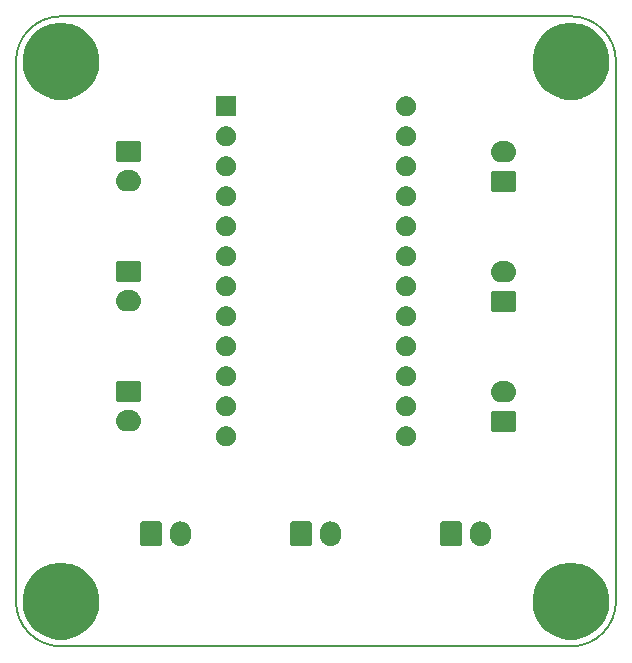
<source format=gbr>
G04 #@! TF.GenerationSoftware,KiCad,Pcbnew,(5.1.5)-3*
G04 #@! TF.CreationDate,2020-04-30T20:20:17+09:00*
G04 #@! TF.ProjectId,sif,7369662e-6b69-4636-9164-5f7063625858,rev?*
G04 #@! TF.SameCoordinates,Original*
G04 #@! TF.FileFunction,Soldermask,Top*
G04 #@! TF.FilePolarity,Negative*
%FSLAX46Y46*%
G04 Gerber Fmt 4.6, Leading zero omitted, Abs format (unit mm)*
G04 Created by KiCad (PCBNEW (5.1.5)-3) date 2020-04-30 20:20:17*
%MOMM*%
%LPD*%
G04 APERTURE LIST*
%ADD10C,0.150000*%
G04 APERTURE END LIST*
D10*
X12700000Y-16510000D02*
X12700000Y-62230000D01*
X59690000Y-12700000D02*
X16510000Y-12700000D01*
X63500000Y-62230000D02*
X63500000Y-16510000D01*
X16510000Y-66040000D02*
X59690000Y-66040000D01*
X16510000Y-66040000D02*
G75*
G02X12700000Y-62230000I0J3810000D01*
G01*
X63500000Y-62230000D02*
G75*
G02X59690000Y-66040000I-3810000J0D01*
G01*
X59690000Y-12700000D02*
G75*
G02X63500000Y-16510000I0J-3810000D01*
G01*
X12700000Y-16510000D02*
G75*
G02X16510000Y-12700000I3810000J0D01*
G01*
G36*
X60324239Y-59041467D02*
G01*
X60638282Y-59103934D01*
X61229926Y-59349001D01*
X61762392Y-59704784D01*
X62215216Y-60157608D01*
X62570999Y-60690074D01*
X62816066Y-61281718D01*
X62816066Y-61281719D01*
X62941000Y-61909803D01*
X62941000Y-62550197D01*
X62878533Y-62864239D01*
X62816066Y-63178282D01*
X62570999Y-63769926D01*
X62215216Y-64302392D01*
X61762392Y-64755216D01*
X61229926Y-65110999D01*
X60638282Y-65356066D01*
X60324239Y-65418533D01*
X60010197Y-65481000D01*
X59369803Y-65481000D01*
X59055761Y-65418533D01*
X58741718Y-65356066D01*
X58150074Y-65110999D01*
X57617608Y-64755216D01*
X57164784Y-64302392D01*
X56809001Y-63769926D01*
X56563934Y-63178282D01*
X56501467Y-62864239D01*
X56439000Y-62550197D01*
X56439000Y-61909803D01*
X56563934Y-61281719D01*
X56563934Y-61281718D01*
X56809001Y-60690074D01*
X57164784Y-60157608D01*
X57617608Y-59704784D01*
X58150074Y-59349001D01*
X58741718Y-59103934D01*
X59055761Y-59041467D01*
X59369803Y-58979000D01*
X60010197Y-58979000D01*
X60324239Y-59041467D01*
G37*
G36*
X17144239Y-59041467D02*
G01*
X17458282Y-59103934D01*
X18049926Y-59349001D01*
X18582392Y-59704784D01*
X19035216Y-60157608D01*
X19390999Y-60690074D01*
X19636066Y-61281718D01*
X19636066Y-61281719D01*
X19761000Y-61909803D01*
X19761000Y-62550197D01*
X19698533Y-62864239D01*
X19636066Y-63178282D01*
X19390999Y-63769926D01*
X19035216Y-64302392D01*
X18582392Y-64755216D01*
X18049926Y-65110999D01*
X17458282Y-65356066D01*
X17144239Y-65418533D01*
X16830197Y-65481000D01*
X16189803Y-65481000D01*
X15875761Y-65418533D01*
X15561718Y-65356066D01*
X14970074Y-65110999D01*
X14437608Y-64755216D01*
X13984784Y-64302392D01*
X13629001Y-63769926D01*
X13383934Y-63178282D01*
X13321467Y-62864239D01*
X13259000Y-62550197D01*
X13259000Y-61909803D01*
X13383934Y-61281719D01*
X13383934Y-61281718D01*
X13629001Y-60690074D01*
X13984784Y-60157608D01*
X14437608Y-59704784D01*
X14970074Y-59349001D01*
X15561718Y-59103934D01*
X15875761Y-59041467D01*
X16189803Y-58979000D01*
X16830197Y-58979000D01*
X17144239Y-59041467D01*
G37*
G36*
X52206626Y-55477037D02*
G01*
X52376465Y-55528557D01*
X52376467Y-55528558D01*
X52532989Y-55612221D01*
X52670186Y-55724814D01*
X52753448Y-55826271D01*
X52782778Y-55862009D01*
X52866443Y-56018534D01*
X52917963Y-56188373D01*
X52931000Y-56320742D01*
X52931000Y-56709257D01*
X52917963Y-56841626D01*
X52866443Y-57011466D01*
X52782778Y-57167991D01*
X52753448Y-57203729D01*
X52670186Y-57305186D01*
X52575250Y-57383097D01*
X52532991Y-57417778D01*
X52376466Y-57501443D01*
X52206627Y-57552963D01*
X52030000Y-57570359D01*
X51853374Y-57552963D01*
X51683535Y-57501443D01*
X51527010Y-57417778D01*
X51389815Y-57305185D01*
X51277222Y-57167991D01*
X51193557Y-57011466D01*
X51142037Y-56841627D01*
X51129000Y-56709258D01*
X51129000Y-56320743D01*
X51142037Y-56188374D01*
X51193557Y-56018535D01*
X51277222Y-55862010D01*
X51277223Y-55862009D01*
X51389814Y-55724814D01*
X51491271Y-55641552D01*
X51527009Y-55612222D01*
X51683534Y-55528557D01*
X51853373Y-55477037D01*
X52030000Y-55459641D01*
X52206626Y-55477037D01*
G37*
G36*
X26806626Y-55477037D02*
G01*
X26976465Y-55528557D01*
X26976467Y-55528558D01*
X27132989Y-55612221D01*
X27270186Y-55724814D01*
X27353448Y-55826271D01*
X27382778Y-55862009D01*
X27466443Y-56018534D01*
X27517963Y-56188373D01*
X27531000Y-56320742D01*
X27531000Y-56709257D01*
X27517963Y-56841626D01*
X27466443Y-57011466D01*
X27382778Y-57167991D01*
X27353448Y-57203729D01*
X27270186Y-57305186D01*
X27175250Y-57383097D01*
X27132991Y-57417778D01*
X26976466Y-57501443D01*
X26806627Y-57552963D01*
X26630000Y-57570359D01*
X26453374Y-57552963D01*
X26283535Y-57501443D01*
X26127010Y-57417778D01*
X25989815Y-57305185D01*
X25877222Y-57167991D01*
X25793557Y-57011466D01*
X25742037Y-56841627D01*
X25729000Y-56709258D01*
X25729000Y-56320743D01*
X25742037Y-56188374D01*
X25793557Y-56018535D01*
X25877222Y-55862010D01*
X25877223Y-55862009D01*
X25989814Y-55724814D01*
X26091271Y-55641552D01*
X26127009Y-55612222D01*
X26283534Y-55528557D01*
X26453373Y-55477037D01*
X26630000Y-55459641D01*
X26806626Y-55477037D01*
G37*
G36*
X39506626Y-55477037D02*
G01*
X39676465Y-55528557D01*
X39676467Y-55528558D01*
X39832989Y-55612221D01*
X39970186Y-55724814D01*
X40053448Y-55826271D01*
X40082778Y-55862009D01*
X40166443Y-56018534D01*
X40217963Y-56188373D01*
X40231000Y-56320742D01*
X40231000Y-56709257D01*
X40217963Y-56841626D01*
X40166443Y-57011466D01*
X40082778Y-57167991D01*
X40053448Y-57203729D01*
X39970186Y-57305186D01*
X39875250Y-57383097D01*
X39832991Y-57417778D01*
X39676466Y-57501443D01*
X39506627Y-57552963D01*
X39330000Y-57570359D01*
X39153374Y-57552963D01*
X38983535Y-57501443D01*
X38827010Y-57417778D01*
X38689815Y-57305185D01*
X38577222Y-57167991D01*
X38493557Y-57011466D01*
X38442037Y-56841627D01*
X38429000Y-56709258D01*
X38429000Y-56320743D01*
X38442037Y-56188374D01*
X38493557Y-56018535D01*
X38577222Y-55862010D01*
X38577223Y-55862009D01*
X38689814Y-55724814D01*
X38791271Y-55641552D01*
X38827009Y-55612222D01*
X38983534Y-55528557D01*
X39153373Y-55477037D01*
X39330000Y-55459641D01*
X39506626Y-55477037D01*
G37*
G36*
X50288600Y-55467989D02*
G01*
X50321652Y-55478015D01*
X50352103Y-55494292D01*
X50378799Y-55516201D01*
X50400708Y-55542897D01*
X50416985Y-55573348D01*
X50427011Y-55606400D01*
X50431000Y-55646903D01*
X50431000Y-57383097D01*
X50427011Y-57423600D01*
X50416985Y-57456652D01*
X50400708Y-57487103D01*
X50378799Y-57513799D01*
X50352103Y-57535708D01*
X50321652Y-57551985D01*
X50288600Y-57562011D01*
X50248097Y-57566000D01*
X48811903Y-57566000D01*
X48771400Y-57562011D01*
X48738348Y-57551985D01*
X48707897Y-57535708D01*
X48681201Y-57513799D01*
X48659292Y-57487103D01*
X48643015Y-57456652D01*
X48632989Y-57423600D01*
X48629000Y-57383097D01*
X48629000Y-55646903D01*
X48632989Y-55606400D01*
X48643015Y-55573348D01*
X48659292Y-55542897D01*
X48681201Y-55516201D01*
X48707897Y-55494292D01*
X48738348Y-55478015D01*
X48771400Y-55467989D01*
X48811903Y-55464000D01*
X50248097Y-55464000D01*
X50288600Y-55467989D01*
G37*
G36*
X37588600Y-55467989D02*
G01*
X37621652Y-55478015D01*
X37652103Y-55494292D01*
X37678799Y-55516201D01*
X37700708Y-55542897D01*
X37716985Y-55573348D01*
X37727011Y-55606400D01*
X37731000Y-55646903D01*
X37731000Y-57383097D01*
X37727011Y-57423600D01*
X37716985Y-57456652D01*
X37700708Y-57487103D01*
X37678799Y-57513799D01*
X37652103Y-57535708D01*
X37621652Y-57551985D01*
X37588600Y-57562011D01*
X37548097Y-57566000D01*
X36111903Y-57566000D01*
X36071400Y-57562011D01*
X36038348Y-57551985D01*
X36007897Y-57535708D01*
X35981201Y-57513799D01*
X35959292Y-57487103D01*
X35943015Y-57456652D01*
X35932989Y-57423600D01*
X35929000Y-57383097D01*
X35929000Y-55646903D01*
X35932989Y-55606400D01*
X35943015Y-55573348D01*
X35959292Y-55542897D01*
X35981201Y-55516201D01*
X36007897Y-55494292D01*
X36038348Y-55478015D01*
X36071400Y-55467989D01*
X36111903Y-55464000D01*
X37548097Y-55464000D01*
X37588600Y-55467989D01*
G37*
G36*
X24888600Y-55467989D02*
G01*
X24921652Y-55478015D01*
X24952103Y-55494292D01*
X24978799Y-55516201D01*
X25000708Y-55542897D01*
X25016985Y-55573348D01*
X25027011Y-55606400D01*
X25031000Y-55646903D01*
X25031000Y-57383097D01*
X25027011Y-57423600D01*
X25016985Y-57456652D01*
X25000708Y-57487103D01*
X24978799Y-57513799D01*
X24952103Y-57535708D01*
X24921652Y-57551985D01*
X24888600Y-57562011D01*
X24848097Y-57566000D01*
X23411903Y-57566000D01*
X23371400Y-57562011D01*
X23338348Y-57551985D01*
X23307897Y-57535708D01*
X23281201Y-57513799D01*
X23259292Y-57487103D01*
X23243015Y-57456652D01*
X23232989Y-57423600D01*
X23229000Y-57383097D01*
X23229000Y-55646903D01*
X23232989Y-55606400D01*
X23243015Y-55573348D01*
X23259292Y-55542897D01*
X23281201Y-55516201D01*
X23307897Y-55494292D01*
X23338348Y-55478015D01*
X23371400Y-55467989D01*
X23411903Y-55464000D01*
X24848097Y-55464000D01*
X24888600Y-55467989D01*
G37*
G36*
X30728228Y-47441703D02*
G01*
X30883100Y-47505853D01*
X31022481Y-47598985D01*
X31141015Y-47717519D01*
X31234147Y-47856900D01*
X31298297Y-48011772D01*
X31331000Y-48176184D01*
X31331000Y-48343816D01*
X31298297Y-48508228D01*
X31234147Y-48663100D01*
X31141015Y-48802481D01*
X31022481Y-48921015D01*
X30883100Y-49014147D01*
X30728228Y-49078297D01*
X30563816Y-49111000D01*
X30396184Y-49111000D01*
X30231772Y-49078297D01*
X30076900Y-49014147D01*
X29937519Y-48921015D01*
X29818985Y-48802481D01*
X29725853Y-48663100D01*
X29661703Y-48508228D01*
X29629000Y-48343816D01*
X29629000Y-48176184D01*
X29661703Y-48011772D01*
X29725853Y-47856900D01*
X29818985Y-47717519D01*
X29937519Y-47598985D01*
X30076900Y-47505853D01*
X30231772Y-47441703D01*
X30396184Y-47409000D01*
X30563816Y-47409000D01*
X30728228Y-47441703D01*
G37*
G36*
X45968228Y-47441703D02*
G01*
X46123100Y-47505853D01*
X46262481Y-47598985D01*
X46381015Y-47717519D01*
X46474147Y-47856900D01*
X46538297Y-48011772D01*
X46571000Y-48176184D01*
X46571000Y-48343816D01*
X46538297Y-48508228D01*
X46474147Y-48663100D01*
X46381015Y-48802481D01*
X46262481Y-48921015D01*
X46123100Y-49014147D01*
X45968228Y-49078297D01*
X45803816Y-49111000D01*
X45636184Y-49111000D01*
X45471772Y-49078297D01*
X45316900Y-49014147D01*
X45177519Y-48921015D01*
X45058985Y-48802481D01*
X44965853Y-48663100D01*
X44901703Y-48508228D01*
X44869000Y-48343816D01*
X44869000Y-48176184D01*
X44901703Y-48011772D01*
X44965853Y-47856900D01*
X45058985Y-47717519D01*
X45177519Y-47598985D01*
X45316900Y-47505853D01*
X45471772Y-47441703D01*
X45636184Y-47409000D01*
X45803816Y-47409000D01*
X45968228Y-47441703D01*
G37*
G36*
X54883600Y-46092989D02*
G01*
X54916652Y-46103015D01*
X54947103Y-46119292D01*
X54973799Y-46141201D01*
X54995708Y-46167897D01*
X55011985Y-46198348D01*
X55022011Y-46231400D01*
X55026000Y-46271903D01*
X55026000Y-47708097D01*
X55022011Y-47748600D01*
X55011985Y-47781652D01*
X54995708Y-47812103D01*
X54973799Y-47838799D01*
X54947103Y-47860708D01*
X54916652Y-47876985D01*
X54883600Y-47887011D01*
X54843097Y-47891000D01*
X53106903Y-47891000D01*
X53066400Y-47887011D01*
X53033348Y-47876985D01*
X53002897Y-47860708D01*
X52976201Y-47838799D01*
X52954292Y-47812103D01*
X52938015Y-47781652D01*
X52927989Y-47748600D01*
X52924000Y-47708097D01*
X52924000Y-46271903D01*
X52927989Y-46231400D01*
X52938015Y-46198348D01*
X52954292Y-46167897D01*
X52976201Y-46141201D01*
X53002897Y-46119292D01*
X53033348Y-46103015D01*
X53066400Y-46092989D01*
X53106903Y-46089000D01*
X54843097Y-46089000D01*
X54883600Y-46092989D01*
G37*
G36*
X22485443Y-46055519D02*
G01*
X22551627Y-46062037D01*
X22721466Y-46113557D01*
X22877991Y-46197222D01*
X22889630Y-46206774D01*
X23015186Y-46309814D01*
X23073618Y-46381015D01*
X23127778Y-46447009D01*
X23211443Y-46603534D01*
X23262963Y-46773373D01*
X23280359Y-46950000D01*
X23262963Y-47126627D01*
X23211443Y-47296466D01*
X23127778Y-47452991D01*
X23098448Y-47488729D01*
X23015186Y-47590186D01*
X22913729Y-47673448D01*
X22877991Y-47702778D01*
X22721466Y-47786443D01*
X22551627Y-47837963D01*
X22485442Y-47844482D01*
X22419260Y-47851000D01*
X22030740Y-47851000D01*
X21964558Y-47844482D01*
X21898373Y-47837963D01*
X21728534Y-47786443D01*
X21572009Y-47702778D01*
X21536271Y-47673448D01*
X21434814Y-47590186D01*
X21351552Y-47488729D01*
X21322222Y-47452991D01*
X21238557Y-47296466D01*
X21187037Y-47126627D01*
X21169641Y-46950000D01*
X21187037Y-46773373D01*
X21238557Y-46603534D01*
X21322222Y-46447009D01*
X21376382Y-46381015D01*
X21434814Y-46309814D01*
X21560370Y-46206774D01*
X21572009Y-46197222D01*
X21728534Y-46113557D01*
X21898373Y-46062037D01*
X21964557Y-46055519D01*
X22030740Y-46049000D01*
X22419260Y-46049000D01*
X22485443Y-46055519D01*
G37*
G36*
X45968228Y-44901703D02*
G01*
X46123100Y-44965853D01*
X46262481Y-45058985D01*
X46381015Y-45177519D01*
X46474147Y-45316900D01*
X46538297Y-45471772D01*
X46571000Y-45636184D01*
X46571000Y-45803816D01*
X46538297Y-45968228D01*
X46474147Y-46123100D01*
X46381015Y-46262481D01*
X46262481Y-46381015D01*
X46123100Y-46474147D01*
X45968228Y-46538297D01*
X45803816Y-46571000D01*
X45636184Y-46571000D01*
X45471772Y-46538297D01*
X45316900Y-46474147D01*
X45177519Y-46381015D01*
X45058985Y-46262481D01*
X44965853Y-46123100D01*
X44901703Y-45968228D01*
X44869000Y-45803816D01*
X44869000Y-45636184D01*
X44901703Y-45471772D01*
X44965853Y-45316900D01*
X45058985Y-45177519D01*
X45177519Y-45058985D01*
X45316900Y-44965853D01*
X45471772Y-44901703D01*
X45636184Y-44869000D01*
X45803816Y-44869000D01*
X45968228Y-44901703D01*
G37*
G36*
X30728228Y-44901703D02*
G01*
X30883100Y-44965853D01*
X31022481Y-45058985D01*
X31141015Y-45177519D01*
X31234147Y-45316900D01*
X31298297Y-45471772D01*
X31331000Y-45636184D01*
X31331000Y-45803816D01*
X31298297Y-45968228D01*
X31234147Y-46123100D01*
X31141015Y-46262481D01*
X31022481Y-46381015D01*
X30883100Y-46474147D01*
X30728228Y-46538297D01*
X30563816Y-46571000D01*
X30396184Y-46571000D01*
X30231772Y-46538297D01*
X30076900Y-46474147D01*
X29937519Y-46381015D01*
X29818985Y-46262481D01*
X29725853Y-46123100D01*
X29661703Y-45968228D01*
X29629000Y-45803816D01*
X29629000Y-45636184D01*
X29661703Y-45471772D01*
X29725853Y-45316900D01*
X29818985Y-45177519D01*
X29937519Y-45058985D01*
X30076900Y-44965853D01*
X30231772Y-44901703D01*
X30396184Y-44869000D01*
X30563816Y-44869000D01*
X30728228Y-44901703D01*
G37*
G36*
X54216583Y-43593661D02*
G01*
X54301627Y-43602037D01*
X54471466Y-43653557D01*
X54627991Y-43737222D01*
X54658550Y-43762301D01*
X54765186Y-43849814D01*
X54834395Y-43934147D01*
X54877778Y-43987009D01*
X54961443Y-44143534D01*
X55012963Y-44313373D01*
X55030359Y-44490000D01*
X55012963Y-44666627D01*
X54961443Y-44836466D01*
X54877778Y-44992991D01*
X54848448Y-45028729D01*
X54765186Y-45130186D01*
X54669637Y-45208600D01*
X54627991Y-45242778D01*
X54471466Y-45326443D01*
X54301627Y-45377963D01*
X54235443Y-45384481D01*
X54169260Y-45391000D01*
X53780740Y-45391000D01*
X53714557Y-45384481D01*
X53648373Y-45377963D01*
X53478534Y-45326443D01*
X53322009Y-45242778D01*
X53280363Y-45208600D01*
X53184814Y-45130186D01*
X53101552Y-45028729D01*
X53072222Y-44992991D01*
X52988557Y-44836466D01*
X52937037Y-44666627D01*
X52919641Y-44490000D01*
X52937037Y-44313373D01*
X52988557Y-44143534D01*
X53072222Y-43987009D01*
X53115605Y-43934147D01*
X53184814Y-43849814D01*
X53291450Y-43762301D01*
X53322009Y-43737222D01*
X53478534Y-43653557D01*
X53648373Y-43602037D01*
X53733417Y-43593661D01*
X53780740Y-43589000D01*
X54169260Y-43589000D01*
X54216583Y-43593661D01*
G37*
G36*
X23133600Y-43552989D02*
G01*
X23166652Y-43563015D01*
X23197103Y-43579292D01*
X23223799Y-43601201D01*
X23245708Y-43627897D01*
X23261985Y-43658348D01*
X23272011Y-43691400D01*
X23276000Y-43731903D01*
X23276000Y-45168097D01*
X23272011Y-45208600D01*
X23261985Y-45241652D01*
X23245708Y-45272103D01*
X23223799Y-45298799D01*
X23197103Y-45320708D01*
X23166652Y-45336985D01*
X23133600Y-45347011D01*
X23093097Y-45351000D01*
X21356903Y-45351000D01*
X21316400Y-45347011D01*
X21283348Y-45336985D01*
X21252897Y-45320708D01*
X21226201Y-45298799D01*
X21204292Y-45272103D01*
X21188015Y-45241652D01*
X21177989Y-45208600D01*
X21174000Y-45168097D01*
X21174000Y-43731903D01*
X21177989Y-43691400D01*
X21188015Y-43658348D01*
X21204292Y-43627897D01*
X21226201Y-43601201D01*
X21252897Y-43579292D01*
X21283348Y-43563015D01*
X21316400Y-43552989D01*
X21356903Y-43549000D01*
X23093097Y-43549000D01*
X23133600Y-43552989D01*
G37*
G36*
X30728228Y-42361703D02*
G01*
X30883100Y-42425853D01*
X31022481Y-42518985D01*
X31141015Y-42637519D01*
X31234147Y-42776900D01*
X31298297Y-42931772D01*
X31331000Y-43096184D01*
X31331000Y-43263816D01*
X31298297Y-43428228D01*
X31234147Y-43583100D01*
X31141015Y-43722481D01*
X31022481Y-43841015D01*
X30883100Y-43934147D01*
X30728228Y-43998297D01*
X30563816Y-44031000D01*
X30396184Y-44031000D01*
X30231772Y-43998297D01*
X30076900Y-43934147D01*
X29937519Y-43841015D01*
X29818985Y-43722481D01*
X29725853Y-43583100D01*
X29661703Y-43428228D01*
X29629000Y-43263816D01*
X29629000Y-43096184D01*
X29661703Y-42931772D01*
X29725853Y-42776900D01*
X29818985Y-42637519D01*
X29937519Y-42518985D01*
X30076900Y-42425853D01*
X30231772Y-42361703D01*
X30396184Y-42329000D01*
X30563816Y-42329000D01*
X30728228Y-42361703D01*
G37*
G36*
X45968228Y-42361703D02*
G01*
X46123100Y-42425853D01*
X46262481Y-42518985D01*
X46381015Y-42637519D01*
X46474147Y-42776900D01*
X46538297Y-42931772D01*
X46571000Y-43096184D01*
X46571000Y-43263816D01*
X46538297Y-43428228D01*
X46474147Y-43583100D01*
X46381015Y-43722481D01*
X46262481Y-43841015D01*
X46123100Y-43934147D01*
X45968228Y-43998297D01*
X45803816Y-44031000D01*
X45636184Y-44031000D01*
X45471772Y-43998297D01*
X45316900Y-43934147D01*
X45177519Y-43841015D01*
X45058985Y-43722481D01*
X44965853Y-43583100D01*
X44901703Y-43428228D01*
X44869000Y-43263816D01*
X44869000Y-43096184D01*
X44901703Y-42931772D01*
X44965853Y-42776900D01*
X45058985Y-42637519D01*
X45177519Y-42518985D01*
X45316900Y-42425853D01*
X45471772Y-42361703D01*
X45636184Y-42329000D01*
X45803816Y-42329000D01*
X45968228Y-42361703D01*
G37*
G36*
X30728228Y-39821703D02*
G01*
X30883100Y-39885853D01*
X31022481Y-39978985D01*
X31141015Y-40097519D01*
X31234147Y-40236900D01*
X31298297Y-40391772D01*
X31331000Y-40556184D01*
X31331000Y-40723816D01*
X31298297Y-40888228D01*
X31234147Y-41043100D01*
X31141015Y-41182481D01*
X31022481Y-41301015D01*
X30883100Y-41394147D01*
X30728228Y-41458297D01*
X30563816Y-41491000D01*
X30396184Y-41491000D01*
X30231772Y-41458297D01*
X30076900Y-41394147D01*
X29937519Y-41301015D01*
X29818985Y-41182481D01*
X29725853Y-41043100D01*
X29661703Y-40888228D01*
X29629000Y-40723816D01*
X29629000Y-40556184D01*
X29661703Y-40391772D01*
X29725853Y-40236900D01*
X29818985Y-40097519D01*
X29937519Y-39978985D01*
X30076900Y-39885853D01*
X30231772Y-39821703D01*
X30396184Y-39789000D01*
X30563816Y-39789000D01*
X30728228Y-39821703D01*
G37*
G36*
X45968228Y-39821703D02*
G01*
X46123100Y-39885853D01*
X46262481Y-39978985D01*
X46381015Y-40097519D01*
X46474147Y-40236900D01*
X46538297Y-40391772D01*
X46571000Y-40556184D01*
X46571000Y-40723816D01*
X46538297Y-40888228D01*
X46474147Y-41043100D01*
X46381015Y-41182481D01*
X46262481Y-41301015D01*
X46123100Y-41394147D01*
X45968228Y-41458297D01*
X45803816Y-41491000D01*
X45636184Y-41491000D01*
X45471772Y-41458297D01*
X45316900Y-41394147D01*
X45177519Y-41301015D01*
X45058985Y-41182481D01*
X44965853Y-41043100D01*
X44901703Y-40888228D01*
X44869000Y-40723816D01*
X44869000Y-40556184D01*
X44901703Y-40391772D01*
X44965853Y-40236900D01*
X45058985Y-40097519D01*
X45177519Y-39978985D01*
X45316900Y-39885853D01*
X45471772Y-39821703D01*
X45636184Y-39789000D01*
X45803816Y-39789000D01*
X45968228Y-39821703D01*
G37*
G36*
X30728228Y-37281703D02*
G01*
X30883100Y-37345853D01*
X31022481Y-37438985D01*
X31141015Y-37557519D01*
X31234147Y-37696900D01*
X31298297Y-37851772D01*
X31331000Y-38016184D01*
X31331000Y-38183816D01*
X31298297Y-38348228D01*
X31234147Y-38503100D01*
X31141015Y-38642481D01*
X31022481Y-38761015D01*
X30883100Y-38854147D01*
X30728228Y-38918297D01*
X30563816Y-38951000D01*
X30396184Y-38951000D01*
X30231772Y-38918297D01*
X30076900Y-38854147D01*
X29937519Y-38761015D01*
X29818985Y-38642481D01*
X29725853Y-38503100D01*
X29661703Y-38348228D01*
X29629000Y-38183816D01*
X29629000Y-38016184D01*
X29661703Y-37851772D01*
X29725853Y-37696900D01*
X29818985Y-37557519D01*
X29937519Y-37438985D01*
X30076900Y-37345853D01*
X30231772Y-37281703D01*
X30396184Y-37249000D01*
X30563816Y-37249000D01*
X30728228Y-37281703D01*
G37*
G36*
X45968228Y-37281703D02*
G01*
X46123100Y-37345853D01*
X46262481Y-37438985D01*
X46381015Y-37557519D01*
X46474147Y-37696900D01*
X46538297Y-37851772D01*
X46571000Y-38016184D01*
X46571000Y-38183816D01*
X46538297Y-38348228D01*
X46474147Y-38503100D01*
X46381015Y-38642481D01*
X46262481Y-38761015D01*
X46123100Y-38854147D01*
X45968228Y-38918297D01*
X45803816Y-38951000D01*
X45636184Y-38951000D01*
X45471772Y-38918297D01*
X45316900Y-38854147D01*
X45177519Y-38761015D01*
X45058985Y-38642481D01*
X44965853Y-38503100D01*
X44901703Y-38348228D01*
X44869000Y-38183816D01*
X44869000Y-38016184D01*
X44901703Y-37851772D01*
X44965853Y-37696900D01*
X45058985Y-37557519D01*
X45177519Y-37438985D01*
X45316900Y-37345853D01*
X45471772Y-37281703D01*
X45636184Y-37249000D01*
X45803816Y-37249000D01*
X45968228Y-37281703D01*
G37*
G36*
X54883600Y-35932989D02*
G01*
X54916652Y-35943015D01*
X54947103Y-35959292D01*
X54973799Y-35981201D01*
X54995708Y-36007897D01*
X55011985Y-36038348D01*
X55022011Y-36071400D01*
X55026000Y-36111903D01*
X55026000Y-37548097D01*
X55022011Y-37588600D01*
X55011985Y-37621652D01*
X54995708Y-37652103D01*
X54973799Y-37678799D01*
X54947103Y-37700708D01*
X54916652Y-37716985D01*
X54883600Y-37727011D01*
X54843097Y-37731000D01*
X53106903Y-37731000D01*
X53066400Y-37727011D01*
X53033348Y-37716985D01*
X53002897Y-37700708D01*
X52976201Y-37678799D01*
X52954292Y-37652103D01*
X52938015Y-37621652D01*
X52927989Y-37588600D01*
X52924000Y-37548097D01*
X52924000Y-36111903D01*
X52927989Y-36071400D01*
X52938015Y-36038348D01*
X52954292Y-36007897D01*
X52976201Y-35981201D01*
X53002897Y-35959292D01*
X53033348Y-35943015D01*
X53066400Y-35932989D01*
X53106903Y-35929000D01*
X54843097Y-35929000D01*
X54883600Y-35932989D01*
G37*
G36*
X22485442Y-35895518D02*
G01*
X22551627Y-35902037D01*
X22721466Y-35953557D01*
X22877991Y-36037222D01*
X22889630Y-36046774D01*
X23015186Y-36149814D01*
X23073618Y-36221015D01*
X23127778Y-36287009D01*
X23211443Y-36443534D01*
X23262963Y-36613373D01*
X23280359Y-36790000D01*
X23262963Y-36966627D01*
X23211443Y-37136466D01*
X23127778Y-37292991D01*
X23098448Y-37328729D01*
X23015186Y-37430186D01*
X22913729Y-37513448D01*
X22877991Y-37542778D01*
X22721466Y-37626443D01*
X22551627Y-37677963D01*
X22485443Y-37684481D01*
X22419260Y-37691000D01*
X22030740Y-37691000D01*
X21964557Y-37684481D01*
X21898373Y-37677963D01*
X21728534Y-37626443D01*
X21572009Y-37542778D01*
X21536271Y-37513448D01*
X21434814Y-37430186D01*
X21351552Y-37328729D01*
X21322222Y-37292991D01*
X21238557Y-37136466D01*
X21187037Y-36966627D01*
X21169641Y-36790000D01*
X21187037Y-36613373D01*
X21238557Y-36443534D01*
X21322222Y-36287009D01*
X21376382Y-36221015D01*
X21434814Y-36149814D01*
X21560370Y-36046774D01*
X21572009Y-36037222D01*
X21728534Y-35953557D01*
X21898373Y-35902037D01*
X21964558Y-35895518D01*
X22030740Y-35889000D01*
X22419260Y-35889000D01*
X22485442Y-35895518D01*
G37*
G36*
X45968228Y-34741703D02*
G01*
X46123100Y-34805853D01*
X46262481Y-34898985D01*
X46381015Y-35017519D01*
X46474147Y-35156900D01*
X46538297Y-35311772D01*
X46571000Y-35476184D01*
X46571000Y-35643816D01*
X46538297Y-35808228D01*
X46474147Y-35963100D01*
X46381015Y-36102481D01*
X46262481Y-36221015D01*
X46123100Y-36314147D01*
X45968228Y-36378297D01*
X45803816Y-36411000D01*
X45636184Y-36411000D01*
X45471772Y-36378297D01*
X45316900Y-36314147D01*
X45177519Y-36221015D01*
X45058985Y-36102481D01*
X44965853Y-35963100D01*
X44901703Y-35808228D01*
X44869000Y-35643816D01*
X44869000Y-35476184D01*
X44901703Y-35311772D01*
X44965853Y-35156900D01*
X45058985Y-35017519D01*
X45177519Y-34898985D01*
X45316900Y-34805853D01*
X45471772Y-34741703D01*
X45636184Y-34709000D01*
X45803816Y-34709000D01*
X45968228Y-34741703D01*
G37*
G36*
X30728228Y-34741703D02*
G01*
X30883100Y-34805853D01*
X31022481Y-34898985D01*
X31141015Y-35017519D01*
X31234147Y-35156900D01*
X31298297Y-35311772D01*
X31331000Y-35476184D01*
X31331000Y-35643816D01*
X31298297Y-35808228D01*
X31234147Y-35963100D01*
X31141015Y-36102481D01*
X31022481Y-36221015D01*
X30883100Y-36314147D01*
X30728228Y-36378297D01*
X30563816Y-36411000D01*
X30396184Y-36411000D01*
X30231772Y-36378297D01*
X30076900Y-36314147D01*
X29937519Y-36221015D01*
X29818985Y-36102481D01*
X29725853Y-35963100D01*
X29661703Y-35808228D01*
X29629000Y-35643816D01*
X29629000Y-35476184D01*
X29661703Y-35311772D01*
X29725853Y-35156900D01*
X29818985Y-35017519D01*
X29937519Y-34898985D01*
X30076900Y-34805853D01*
X30231772Y-34741703D01*
X30396184Y-34709000D01*
X30563816Y-34709000D01*
X30728228Y-34741703D01*
G37*
G36*
X54216583Y-33433661D02*
G01*
X54301627Y-33442037D01*
X54471466Y-33493557D01*
X54627991Y-33577222D01*
X54658550Y-33602301D01*
X54765186Y-33689814D01*
X54834395Y-33774147D01*
X54877778Y-33827009D01*
X54961443Y-33983534D01*
X55012963Y-34153373D01*
X55030359Y-34330000D01*
X55012963Y-34506627D01*
X54961443Y-34676466D01*
X54877778Y-34832991D01*
X54848448Y-34868729D01*
X54765186Y-34970186D01*
X54669637Y-35048600D01*
X54627991Y-35082778D01*
X54471466Y-35166443D01*
X54301627Y-35217963D01*
X54235442Y-35224482D01*
X54169260Y-35231000D01*
X53780740Y-35231000D01*
X53714558Y-35224482D01*
X53648373Y-35217963D01*
X53478534Y-35166443D01*
X53322009Y-35082778D01*
X53280363Y-35048600D01*
X53184814Y-34970186D01*
X53101552Y-34868729D01*
X53072222Y-34832991D01*
X52988557Y-34676466D01*
X52937037Y-34506627D01*
X52919641Y-34330000D01*
X52937037Y-34153373D01*
X52988557Y-33983534D01*
X53072222Y-33827009D01*
X53115605Y-33774147D01*
X53184814Y-33689814D01*
X53291450Y-33602301D01*
X53322009Y-33577222D01*
X53478534Y-33493557D01*
X53648373Y-33442037D01*
X53733417Y-33433661D01*
X53780740Y-33429000D01*
X54169260Y-33429000D01*
X54216583Y-33433661D01*
G37*
G36*
X23133600Y-33392989D02*
G01*
X23166652Y-33403015D01*
X23197103Y-33419292D01*
X23223799Y-33441201D01*
X23245708Y-33467897D01*
X23261985Y-33498348D01*
X23272011Y-33531400D01*
X23276000Y-33571903D01*
X23276000Y-35008097D01*
X23272011Y-35048600D01*
X23261985Y-35081652D01*
X23245708Y-35112103D01*
X23223799Y-35138799D01*
X23197103Y-35160708D01*
X23166652Y-35176985D01*
X23133600Y-35187011D01*
X23093097Y-35191000D01*
X21356903Y-35191000D01*
X21316400Y-35187011D01*
X21283348Y-35176985D01*
X21252897Y-35160708D01*
X21226201Y-35138799D01*
X21204292Y-35112103D01*
X21188015Y-35081652D01*
X21177989Y-35048600D01*
X21174000Y-35008097D01*
X21174000Y-33571903D01*
X21177989Y-33531400D01*
X21188015Y-33498348D01*
X21204292Y-33467897D01*
X21226201Y-33441201D01*
X21252897Y-33419292D01*
X21283348Y-33403015D01*
X21316400Y-33392989D01*
X21356903Y-33389000D01*
X23093097Y-33389000D01*
X23133600Y-33392989D01*
G37*
G36*
X45968228Y-32201703D02*
G01*
X46123100Y-32265853D01*
X46262481Y-32358985D01*
X46381015Y-32477519D01*
X46474147Y-32616900D01*
X46538297Y-32771772D01*
X46571000Y-32936184D01*
X46571000Y-33103816D01*
X46538297Y-33268228D01*
X46474147Y-33423100D01*
X46381015Y-33562481D01*
X46262481Y-33681015D01*
X46123100Y-33774147D01*
X45968228Y-33838297D01*
X45803816Y-33871000D01*
X45636184Y-33871000D01*
X45471772Y-33838297D01*
X45316900Y-33774147D01*
X45177519Y-33681015D01*
X45058985Y-33562481D01*
X44965853Y-33423100D01*
X44901703Y-33268228D01*
X44869000Y-33103816D01*
X44869000Y-32936184D01*
X44901703Y-32771772D01*
X44965853Y-32616900D01*
X45058985Y-32477519D01*
X45177519Y-32358985D01*
X45316900Y-32265853D01*
X45471772Y-32201703D01*
X45636184Y-32169000D01*
X45803816Y-32169000D01*
X45968228Y-32201703D01*
G37*
G36*
X30728228Y-32201703D02*
G01*
X30883100Y-32265853D01*
X31022481Y-32358985D01*
X31141015Y-32477519D01*
X31234147Y-32616900D01*
X31298297Y-32771772D01*
X31331000Y-32936184D01*
X31331000Y-33103816D01*
X31298297Y-33268228D01*
X31234147Y-33423100D01*
X31141015Y-33562481D01*
X31022481Y-33681015D01*
X30883100Y-33774147D01*
X30728228Y-33838297D01*
X30563816Y-33871000D01*
X30396184Y-33871000D01*
X30231772Y-33838297D01*
X30076900Y-33774147D01*
X29937519Y-33681015D01*
X29818985Y-33562481D01*
X29725853Y-33423100D01*
X29661703Y-33268228D01*
X29629000Y-33103816D01*
X29629000Y-32936184D01*
X29661703Y-32771772D01*
X29725853Y-32616900D01*
X29818985Y-32477519D01*
X29937519Y-32358985D01*
X30076900Y-32265853D01*
X30231772Y-32201703D01*
X30396184Y-32169000D01*
X30563816Y-32169000D01*
X30728228Y-32201703D01*
G37*
G36*
X30728228Y-29661703D02*
G01*
X30883100Y-29725853D01*
X31022481Y-29818985D01*
X31141015Y-29937519D01*
X31234147Y-30076900D01*
X31298297Y-30231772D01*
X31331000Y-30396184D01*
X31331000Y-30563816D01*
X31298297Y-30728228D01*
X31234147Y-30883100D01*
X31141015Y-31022481D01*
X31022481Y-31141015D01*
X30883100Y-31234147D01*
X30728228Y-31298297D01*
X30563816Y-31331000D01*
X30396184Y-31331000D01*
X30231772Y-31298297D01*
X30076900Y-31234147D01*
X29937519Y-31141015D01*
X29818985Y-31022481D01*
X29725853Y-30883100D01*
X29661703Y-30728228D01*
X29629000Y-30563816D01*
X29629000Y-30396184D01*
X29661703Y-30231772D01*
X29725853Y-30076900D01*
X29818985Y-29937519D01*
X29937519Y-29818985D01*
X30076900Y-29725853D01*
X30231772Y-29661703D01*
X30396184Y-29629000D01*
X30563816Y-29629000D01*
X30728228Y-29661703D01*
G37*
G36*
X45968228Y-29661703D02*
G01*
X46123100Y-29725853D01*
X46262481Y-29818985D01*
X46381015Y-29937519D01*
X46474147Y-30076900D01*
X46538297Y-30231772D01*
X46571000Y-30396184D01*
X46571000Y-30563816D01*
X46538297Y-30728228D01*
X46474147Y-30883100D01*
X46381015Y-31022481D01*
X46262481Y-31141015D01*
X46123100Y-31234147D01*
X45968228Y-31298297D01*
X45803816Y-31331000D01*
X45636184Y-31331000D01*
X45471772Y-31298297D01*
X45316900Y-31234147D01*
X45177519Y-31141015D01*
X45058985Y-31022481D01*
X44965853Y-30883100D01*
X44901703Y-30728228D01*
X44869000Y-30563816D01*
X44869000Y-30396184D01*
X44901703Y-30231772D01*
X44965853Y-30076900D01*
X45058985Y-29937519D01*
X45177519Y-29818985D01*
X45316900Y-29725853D01*
X45471772Y-29661703D01*
X45636184Y-29629000D01*
X45803816Y-29629000D01*
X45968228Y-29661703D01*
G37*
G36*
X30728228Y-27121703D02*
G01*
X30883100Y-27185853D01*
X31022481Y-27278985D01*
X31141015Y-27397519D01*
X31234147Y-27536900D01*
X31298297Y-27691772D01*
X31331000Y-27856184D01*
X31331000Y-28023816D01*
X31298297Y-28188228D01*
X31234147Y-28343100D01*
X31141015Y-28482481D01*
X31022481Y-28601015D01*
X30883100Y-28694147D01*
X30728228Y-28758297D01*
X30563816Y-28791000D01*
X30396184Y-28791000D01*
X30231772Y-28758297D01*
X30076900Y-28694147D01*
X29937519Y-28601015D01*
X29818985Y-28482481D01*
X29725853Y-28343100D01*
X29661703Y-28188228D01*
X29629000Y-28023816D01*
X29629000Y-27856184D01*
X29661703Y-27691772D01*
X29725853Y-27536900D01*
X29818985Y-27397519D01*
X29937519Y-27278985D01*
X30076900Y-27185853D01*
X30231772Y-27121703D01*
X30396184Y-27089000D01*
X30563816Y-27089000D01*
X30728228Y-27121703D01*
G37*
G36*
X45968228Y-27121703D02*
G01*
X46123100Y-27185853D01*
X46262481Y-27278985D01*
X46381015Y-27397519D01*
X46474147Y-27536900D01*
X46538297Y-27691772D01*
X46571000Y-27856184D01*
X46571000Y-28023816D01*
X46538297Y-28188228D01*
X46474147Y-28343100D01*
X46381015Y-28482481D01*
X46262481Y-28601015D01*
X46123100Y-28694147D01*
X45968228Y-28758297D01*
X45803816Y-28791000D01*
X45636184Y-28791000D01*
X45471772Y-28758297D01*
X45316900Y-28694147D01*
X45177519Y-28601015D01*
X45058985Y-28482481D01*
X44965853Y-28343100D01*
X44901703Y-28188228D01*
X44869000Y-28023816D01*
X44869000Y-27856184D01*
X44901703Y-27691772D01*
X44965853Y-27536900D01*
X45058985Y-27397519D01*
X45177519Y-27278985D01*
X45316900Y-27185853D01*
X45471772Y-27121703D01*
X45636184Y-27089000D01*
X45803816Y-27089000D01*
X45968228Y-27121703D01*
G37*
G36*
X54883600Y-25772989D02*
G01*
X54916652Y-25783015D01*
X54947103Y-25799292D01*
X54973799Y-25821201D01*
X54995708Y-25847897D01*
X55011985Y-25878348D01*
X55022011Y-25911400D01*
X55026000Y-25951903D01*
X55026000Y-27388097D01*
X55022011Y-27428600D01*
X55011985Y-27461652D01*
X54995708Y-27492103D01*
X54973799Y-27518799D01*
X54947103Y-27540708D01*
X54916652Y-27556985D01*
X54883600Y-27567011D01*
X54843097Y-27571000D01*
X53106903Y-27571000D01*
X53066400Y-27567011D01*
X53033348Y-27556985D01*
X53002897Y-27540708D01*
X52976201Y-27518799D01*
X52954292Y-27492103D01*
X52938015Y-27461652D01*
X52927989Y-27428600D01*
X52924000Y-27388097D01*
X52924000Y-25951903D01*
X52927989Y-25911400D01*
X52938015Y-25878348D01*
X52954292Y-25847897D01*
X52976201Y-25821201D01*
X53002897Y-25799292D01*
X53033348Y-25783015D01*
X53066400Y-25772989D01*
X53106903Y-25769000D01*
X54843097Y-25769000D01*
X54883600Y-25772989D01*
G37*
G36*
X22485443Y-25735519D02*
G01*
X22551627Y-25742037D01*
X22721466Y-25793557D01*
X22877991Y-25877222D01*
X22889630Y-25886774D01*
X23015186Y-25989814D01*
X23073618Y-26061015D01*
X23127778Y-26127009D01*
X23211443Y-26283534D01*
X23262963Y-26453373D01*
X23280359Y-26630000D01*
X23262963Y-26806627D01*
X23211443Y-26976466D01*
X23127778Y-27132991D01*
X23098448Y-27168729D01*
X23015186Y-27270186D01*
X22913729Y-27353448D01*
X22877991Y-27382778D01*
X22721466Y-27466443D01*
X22551627Y-27517963D01*
X22485442Y-27524482D01*
X22419260Y-27531000D01*
X22030740Y-27531000D01*
X21964558Y-27524482D01*
X21898373Y-27517963D01*
X21728534Y-27466443D01*
X21572009Y-27382778D01*
X21536271Y-27353448D01*
X21434814Y-27270186D01*
X21351552Y-27168729D01*
X21322222Y-27132991D01*
X21238557Y-26976466D01*
X21187037Y-26806627D01*
X21169641Y-26630000D01*
X21187037Y-26453373D01*
X21238557Y-26283534D01*
X21322222Y-26127009D01*
X21376382Y-26061015D01*
X21434814Y-25989814D01*
X21560370Y-25886774D01*
X21572009Y-25877222D01*
X21728534Y-25793557D01*
X21898373Y-25742037D01*
X21964558Y-25735518D01*
X22030740Y-25729000D01*
X22419260Y-25729000D01*
X22485443Y-25735519D01*
G37*
G36*
X45968228Y-24581703D02*
G01*
X46123100Y-24645853D01*
X46262481Y-24738985D01*
X46381015Y-24857519D01*
X46474147Y-24996900D01*
X46538297Y-25151772D01*
X46571000Y-25316184D01*
X46571000Y-25483816D01*
X46538297Y-25648228D01*
X46474147Y-25803100D01*
X46381015Y-25942481D01*
X46262481Y-26061015D01*
X46123100Y-26154147D01*
X45968228Y-26218297D01*
X45803816Y-26251000D01*
X45636184Y-26251000D01*
X45471772Y-26218297D01*
X45316900Y-26154147D01*
X45177519Y-26061015D01*
X45058985Y-25942481D01*
X44965853Y-25803100D01*
X44901703Y-25648228D01*
X44869000Y-25483816D01*
X44869000Y-25316184D01*
X44901703Y-25151772D01*
X44965853Y-24996900D01*
X45058985Y-24857519D01*
X45177519Y-24738985D01*
X45316900Y-24645853D01*
X45471772Y-24581703D01*
X45636184Y-24549000D01*
X45803816Y-24549000D01*
X45968228Y-24581703D01*
G37*
G36*
X30728228Y-24581703D02*
G01*
X30883100Y-24645853D01*
X31022481Y-24738985D01*
X31141015Y-24857519D01*
X31234147Y-24996900D01*
X31298297Y-25151772D01*
X31331000Y-25316184D01*
X31331000Y-25483816D01*
X31298297Y-25648228D01*
X31234147Y-25803100D01*
X31141015Y-25942481D01*
X31022481Y-26061015D01*
X30883100Y-26154147D01*
X30728228Y-26218297D01*
X30563816Y-26251000D01*
X30396184Y-26251000D01*
X30231772Y-26218297D01*
X30076900Y-26154147D01*
X29937519Y-26061015D01*
X29818985Y-25942481D01*
X29725853Y-25803100D01*
X29661703Y-25648228D01*
X29629000Y-25483816D01*
X29629000Y-25316184D01*
X29661703Y-25151772D01*
X29725853Y-24996900D01*
X29818985Y-24857519D01*
X29937519Y-24738985D01*
X30076900Y-24645853D01*
X30231772Y-24581703D01*
X30396184Y-24549000D01*
X30563816Y-24549000D01*
X30728228Y-24581703D01*
G37*
G36*
X54216583Y-23273661D02*
G01*
X54301627Y-23282037D01*
X54471466Y-23333557D01*
X54627991Y-23417222D01*
X54658550Y-23442301D01*
X54765186Y-23529814D01*
X54834395Y-23614147D01*
X54877778Y-23667009D01*
X54961443Y-23823534D01*
X55012963Y-23993373D01*
X55030359Y-24170000D01*
X55012963Y-24346627D01*
X54961443Y-24516466D01*
X54877778Y-24672991D01*
X54848448Y-24708729D01*
X54765186Y-24810186D01*
X54669637Y-24888600D01*
X54627991Y-24922778D01*
X54471466Y-25006443D01*
X54301627Y-25057963D01*
X54235442Y-25064482D01*
X54169260Y-25071000D01*
X53780740Y-25071000D01*
X53714558Y-25064482D01*
X53648373Y-25057963D01*
X53478534Y-25006443D01*
X53322009Y-24922778D01*
X53280363Y-24888600D01*
X53184814Y-24810186D01*
X53101552Y-24708729D01*
X53072222Y-24672991D01*
X52988557Y-24516466D01*
X52937037Y-24346627D01*
X52919641Y-24170000D01*
X52937037Y-23993373D01*
X52988557Y-23823534D01*
X53072222Y-23667009D01*
X53115605Y-23614147D01*
X53184814Y-23529814D01*
X53291450Y-23442301D01*
X53322009Y-23417222D01*
X53478534Y-23333557D01*
X53648373Y-23282037D01*
X53733417Y-23273661D01*
X53780740Y-23269000D01*
X54169260Y-23269000D01*
X54216583Y-23273661D01*
G37*
G36*
X23133600Y-23232989D02*
G01*
X23166652Y-23243015D01*
X23197103Y-23259292D01*
X23223799Y-23281201D01*
X23245708Y-23307897D01*
X23261985Y-23338348D01*
X23272011Y-23371400D01*
X23276000Y-23411903D01*
X23276000Y-24848097D01*
X23272011Y-24888600D01*
X23261985Y-24921652D01*
X23245708Y-24952103D01*
X23223799Y-24978799D01*
X23197103Y-25000708D01*
X23166652Y-25016985D01*
X23133600Y-25027011D01*
X23093097Y-25031000D01*
X21356903Y-25031000D01*
X21316400Y-25027011D01*
X21283348Y-25016985D01*
X21252897Y-25000708D01*
X21226201Y-24978799D01*
X21204292Y-24952103D01*
X21188015Y-24921652D01*
X21177989Y-24888600D01*
X21174000Y-24848097D01*
X21174000Y-23411903D01*
X21177989Y-23371400D01*
X21188015Y-23338348D01*
X21204292Y-23307897D01*
X21226201Y-23281201D01*
X21252897Y-23259292D01*
X21283348Y-23243015D01*
X21316400Y-23232989D01*
X21356903Y-23229000D01*
X23093097Y-23229000D01*
X23133600Y-23232989D01*
G37*
G36*
X45968228Y-22041703D02*
G01*
X46123100Y-22105853D01*
X46262481Y-22198985D01*
X46381015Y-22317519D01*
X46474147Y-22456900D01*
X46538297Y-22611772D01*
X46571000Y-22776184D01*
X46571000Y-22943816D01*
X46538297Y-23108228D01*
X46474147Y-23263100D01*
X46381015Y-23402481D01*
X46262481Y-23521015D01*
X46123100Y-23614147D01*
X45968228Y-23678297D01*
X45803816Y-23711000D01*
X45636184Y-23711000D01*
X45471772Y-23678297D01*
X45316900Y-23614147D01*
X45177519Y-23521015D01*
X45058985Y-23402481D01*
X44965853Y-23263100D01*
X44901703Y-23108228D01*
X44869000Y-22943816D01*
X44869000Y-22776184D01*
X44901703Y-22611772D01*
X44965853Y-22456900D01*
X45058985Y-22317519D01*
X45177519Y-22198985D01*
X45316900Y-22105853D01*
X45471772Y-22041703D01*
X45636184Y-22009000D01*
X45803816Y-22009000D01*
X45968228Y-22041703D01*
G37*
G36*
X30728228Y-22041703D02*
G01*
X30883100Y-22105853D01*
X31022481Y-22198985D01*
X31141015Y-22317519D01*
X31234147Y-22456900D01*
X31298297Y-22611772D01*
X31331000Y-22776184D01*
X31331000Y-22943816D01*
X31298297Y-23108228D01*
X31234147Y-23263100D01*
X31141015Y-23402481D01*
X31022481Y-23521015D01*
X30883100Y-23614147D01*
X30728228Y-23678297D01*
X30563816Y-23711000D01*
X30396184Y-23711000D01*
X30231772Y-23678297D01*
X30076900Y-23614147D01*
X29937519Y-23521015D01*
X29818985Y-23402481D01*
X29725853Y-23263100D01*
X29661703Y-23108228D01*
X29629000Y-22943816D01*
X29629000Y-22776184D01*
X29661703Y-22611772D01*
X29725853Y-22456900D01*
X29818985Y-22317519D01*
X29937519Y-22198985D01*
X30076900Y-22105853D01*
X30231772Y-22041703D01*
X30396184Y-22009000D01*
X30563816Y-22009000D01*
X30728228Y-22041703D01*
G37*
G36*
X45968228Y-19501703D02*
G01*
X46123100Y-19565853D01*
X46262481Y-19658985D01*
X46381015Y-19777519D01*
X46474147Y-19916900D01*
X46538297Y-20071772D01*
X46571000Y-20236184D01*
X46571000Y-20403816D01*
X46538297Y-20568228D01*
X46474147Y-20723100D01*
X46381015Y-20862481D01*
X46262481Y-20981015D01*
X46123100Y-21074147D01*
X45968228Y-21138297D01*
X45803816Y-21171000D01*
X45636184Y-21171000D01*
X45471772Y-21138297D01*
X45316900Y-21074147D01*
X45177519Y-20981015D01*
X45058985Y-20862481D01*
X44965853Y-20723100D01*
X44901703Y-20568228D01*
X44869000Y-20403816D01*
X44869000Y-20236184D01*
X44901703Y-20071772D01*
X44965853Y-19916900D01*
X45058985Y-19777519D01*
X45177519Y-19658985D01*
X45316900Y-19565853D01*
X45471772Y-19501703D01*
X45636184Y-19469000D01*
X45803816Y-19469000D01*
X45968228Y-19501703D01*
G37*
G36*
X31331000Y-21171000D02*
G01*
X29629000Y-21171000D01*
X29629000Y-19469000D01*
X31331000Y-19469000D01*
X31331000Y-21171000D01*
G37*
G36*
X60324239Y-13321467D02*
G01*
X60638282Y-13383934D01*
X61229926Y-13629001D01*
X61762392Y-13984784D01*
X62215216Y-14437608D01*
X62570999Y-14970074D01*
X62816066Y-15561718D01*
X62816066Y-15561719D01*
X62941000Y-16189803D01*
X62941000Y-16830197D01*
X62878533Y-17144239D01*
X62816066Y-17458282D01*
X62570999Y-18049926D01*
X62215216Y-18582392D01*
X61762392Y-19035216D01*
X61229926Y-19390999D01*
X60638282Y-19636066D01*
X60523060Y-19658985D01*
X60010197Y-19761000D01*
X59369803Y-19761000D01*
X58856940Y-19658985D01*
X58741718Y-19636066D01*
X58150074Y-19390999D01*
X57617608Y-19035216D01*
X57164784Y-18582392D01*
X56809001Y-18049926D01*
X56563934Y-17458282D01*
X56501467Y-17144239D01*
X56439000Y-16830197D01*
X56439000Y-16189803D01*
X56563934Y-15561719D01*
X56563934Y-15561718D01*
X56809001Y-14970074D01*
X57164784Y-14437608D01*
X57617608Y-13984784D01*
X58150074Y-13629001D01*
X58741718Y-13383934D01*
X59055761Y-13321467D01*
X59369803Y-13259000D01*
X60010197Y-13259000D01*
X60324239Y-13321467D01*
G37*
G36*
X17144239Y-13321467D02*
G01*
X17458282Y-13383934D01*
X18049926Y-13629001D01*
X18582392Y-13984784D01*
X19035216Y-14437608D01*
X19390999Y-14970074D01*
X19636066Y-15561718D01*
X19636066Y-15561719D01*
X19761000Y-16189803D01*
X19761000Y-16830197D01*
X19698533Y-17144239D01*
X19636066Y-17458282D01*
X19390999Y-18049926D01*
X19035216Y-18582392D01*
X18582392Y-19035216D01*
X18049926Y-19390999D01*
X17458282Y-19636066D01*
X17343060Y-19658985D01*
X16830197Y-19761000D01*
X16189803Y-19761000D01*
X15676940Y-19658985D01*
X15561718Y-19636066D01*
X14970074Y-19390999D01*
X14437608Y-19035216D01*
X13984784Y-18582392D01*
X13629001Y-18049926D01*
X13383934Y-17458282D01*
X13321467Y-17144239D01*
X13259000Y-16830197D01*
X13259000Y-16189803D01*
X13383934Y-15561719D01*
X13383934Y-15561718D01*
X13629001Y-14970074D01*
X13984784Y-14437608D01*
X14437608Y-13984784D01*
X14970074Y-13629001D01*
X15561718Y-13383934D01*
X15875761Y-13321467D01*
X16189803Y-13259000D01*
X16830197Y-13259000D01*
X17144239Y-13321467D01*
G37*
M02*

</source>
